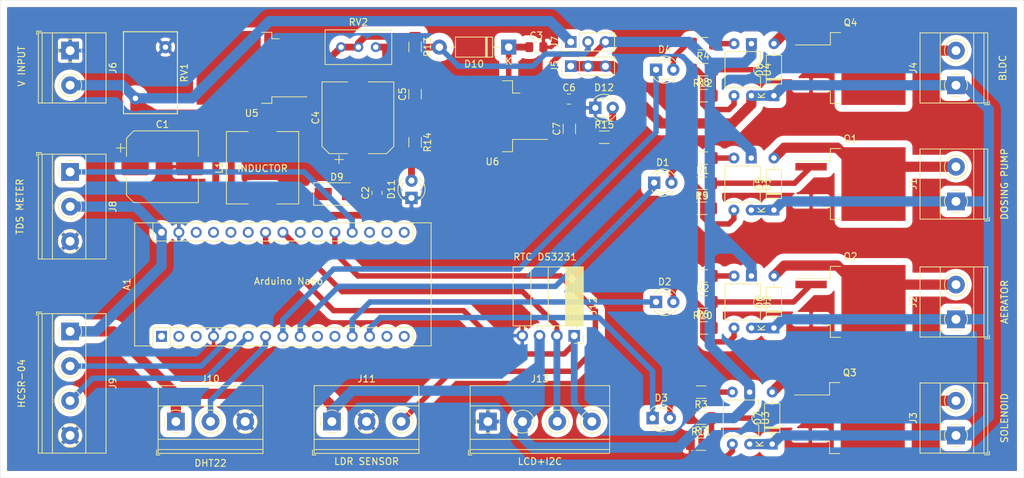
<source format=kicad_pcb>
(kicad_pcb (version 20211014) (generator pcbnew)
  (layers (0 "F.Cu" signal) (31 "B.Cu" signal) (34 "B.Paste" user) (35 "F.Paste" user) (36 "B.SilkS" user "B.Silkscreen") (37 "F.SilkS" user "F.Silkscreen") (38 "B.Mask" user) (39 "F.Mask" user) (44 "Edge.Cuts" user))
  (net 0 "")
  (net 1 "+5V")
  (net 2 "GND")
  (net 3 "SOLENOID")
  (net 4 "AERATOR")
  (net 5 "DOSING")
  (net 6 "SCL")
  (net 7 "BLDC")
  (net 8 "SDA")
  (net 9 "DHT22")
  (net 10 "Echo")
  (net 11 "Trigger")
  (net 12 "LDR")
  (net 13 "TDS")
  (net 14 "+24V")
  (net 15 "Net-(C3-Pad1)")
  (net 16 "+12V")
  (net 17 "Net-(D1-Pad2)")
  (net 18 "Net-(D2-Pad2)")
  (net 19 "Net-(D3-Pad2)")
  (net 20 "Net-(D4-Pad2)")
  (net 21 "Net-(D5-Pad2)")
  (net 22 "V_MOSFET")
  (net 23 "Net-(D6-Pad2)")
  (net 24 "Net-(D7-Pad2)")
  (net 25 "Net-(D8-Pad2)")
  (net 26 "Net-(D9-Pad1)")
  (net 27 "Net-(D11-Pad2)")
  (net 28 "Net-(D12-Pad2)")
  (net 29 "Net-(Q1-Pad1)")
  (net 30 "Net-(Q2-Pad1)")
  (net 31 "Net-(Q3-Pad1)")
  (net 32 "Net-(Q4-Pad1)")
  (net 33 "Net-(R1-Pad1)")
  (net 34 "Net-(R2-Pad1)")
  (net 35 "Net-(R3-Pad1)")
  (net 36 "Net-(R4-Pad1)")
  (net 37 "Net-(R5-Pad2)")
  (net 38 "Net-(R6-Pad2)")
  (net 39 "Net-(R7-Pad2)")
  (net 40 "Net-(R8-Pad2)")
  (net 41 "Net-(R13-Pad1)")
  (footprint "Module:Arduino_Nano" (layer "F.Cu") (at 92.64396 98.25736 90)
    (fp_text reference "A1")
    (fp_text value "Arduino_Nano_v3.x")
  )
  (footprint "Capacitor_SMD:CP_Elec_10x10" (layer "F.Cu") (at 92.774 73.406)
    (fp_text reference "C1")
    (fp_text value "E 220uF")
  )
  (footprint "Capacitor_SMD:C_0805_2012Metric_Pad1.18x1.45mm_HandSolder" (layer "F.Cu") (at 124.206 77.2375 90)
    (fp_text reference "C2")
    (fp_text value "100nF")
  )
  (footprint "Capacitor_SMD:C_0805_2012Metric_Pad1.18x1.45mm_HandSolder" (layer "F.Cu") (at 147.5525 55.88)
    (fp_text reference "C3")
    (fp_text value "1uF")
  )
  (footprint "Capacitor_SMD:C_1206_3216Metric_Pad1.33x1.80mm_HandSolder" (layer "F.Cu") (at 129.794 62.7765 90)
    (fp_text reference "C5")
    (fp_text value "T 10uF")
  )
  (footprint "Capacitor_SMD:C_0805_2012Metric_Pad1.18x1.45mm_HandSolder" (layer "F.Cu") (at 152.3531 63.5)
    (fp_text reference "C6")
    (fp_text value "100nF")
  )
  (footprint "Capacitor_SMD:C_1206_3216Metric_Pad1.33x1.80mm_HandSolder" (layer "F.Cu") (at 152.4 67.8565 90)
    (fp_text reference "C7")
    (fp_text value "T 10uF")
  )
  (footprint "LED_THT:LED_D3.0mm" (layer "F.Cu") (at 164.8206 75.7428)
    (fp_text reference "D1")
    (fp_text value "LED RED")
  )
  (footprint "LED_THT:LED_D3.0mm" (layer "F.Cu") (at 165.1 93.218)
    (fp_text reference "D2")
    (fp_text value "LED RED")
  )
  (footprint "LED_THT:LED_D3.0mm" (layer "F.Cu") (at 164.592 110.236)
    (fp_text reference "D3")
    (fp_text value "LED RED")
  )
  (footprint "LED_THT:LED_D3.0mm" (layer "F.Cu") (at 165.1 59.182)
    (fp_text reference "D4")
    (fp_text value "LED RED")
  )
  (footprint "Diode_THT:D_DO-35_SOD27_P7.62mm_Horizontal" (layer "F.Cu") (at 182.372 79.756 90)
    (fp_text reference "D5")
    (fp_text value "1N4148")
  )
  (footprint "Diode_THT:D_DO-35_SOD27_P7.62mm_Horizontal" (layer "F.Cu") (at 182.372 97.028 90)
    (fp_text reference "D6")
    (fp_text value "1N4148")
  )
  (footprint "Diode_THT:D_DO-35_SOD27_P7.62mm_Horizontal" (layer "F.Cu") (at 182.118 114.046 90)
    (fp_text reference "D7")
    (fp_text value "1N4148")
  )
  (footprint "Diode_THT:D_DO-35_SOD27_P7.62mm_Horizontal" (layer "F.Cu") (at 182.372 62.992 90)
    (fp_text reference "D8")
    (fp_text value "1N4148")
  )
  (footprint "Diode_SMD:D_SMA" (layer "F.Cu") (at 118.332 77.40396)
    (fp_text reference "D9")
    (fp_text value "SS34")
  )
  (footprint "Diode_THT:D_DO-41_SOD81_P10.16mm_Horizontal" (layer "F.Cu") (at 143.51 55.88 180)
    (fp_text reference "D10")
    (fp_text value "1N4002")
  )
  (footprint "LED_THT:LED_D3.0mm" (layer "F.Cu") (at 129.26568 77.978 90)
    (fp_text reference "D11")
    (fp_text value "LED RED")
  )
  (footprint "LED_THT:LED_D3.0mm" (layer "F.Cu") (at 156.21 64.77)
    (fp_text reference "D12")
    (fp_text value "LED GREEN")
  )
  (footprint "TerminalBlock_Phoenix:TerminalBlock_Phoenix_MKDS-1,5-2-5.08_1x02_P5.08mm_Horizontal" (layer "F.Cu") (at 209.042 78.486 90)
    (fp_text reference "J1")
    (fp_text value "DOSING PUMP")
  )
  (footprint "TerminalBlock_Phoenix:TerminalBlock_Phoenix_MKDS-1,5-2-5.08_1x02_P5.08mm_Horizontal" (layer "F.Cu") (at 209.042 95.758 90)
    (fp_text reference "J2")
    (fp_text value "AERATOR")
  )
  (footprint "TerminalBlock_Phoenix:TerminalBlock_Phoenix_MKDS-1,5-2-5.08_1x02_P5.08mm_Horizontal" (layer "F.Cu") (at 209.042 112.776 90)
    (fp_text reference "J3")
    (fp_text value "SOLENOID")
  )
  (footprint "TerminalBlock_Phoenix:TerminalBlock_Phoenix_MKDS-1,5-2-5.08_1x02_P5.08mm_Horizontal" (layer "F.Cu") (at 209.042 61.468 90)
    (fp_text reference "J4")
    (fp_text value "BLDC")
  )
  (footprint "Connector_PinHeader_2.54mm:PinHeader_1x03_P2.54mm_Vertical" (layer "F.Cu") (at 152.6032 58.674 90)
    (fp_text reference "J5")
    (fp_text value "V_MOSFET")
  )
  (footprint "TerminalBlock_Phoenix:TerminalBlock_Phoenix_MKDS-1,5-2-5.08_1x02_P5.08mm_Horizontal" (layer "F.Cu") (at 79.248 56.388 -90)
    (fp_text reference "J6")
    (fp_text value "V Input")
  )
  (footprint "Connector_PinHeader_2.54mm:PinHeader_1x03_P2.54mm_Vertical" (layer "F.Cu") (at 152.6032 55.118 90)
    (fp_text reference "J7")
    (fp_text value "V_Supply")
  )
  (footprint "TerminalBlock_Phoenix:TerminalBlock_Phoenix_MKDS-1,5-3-5.08_1x03_P5.08mm_Horizontal" (layer "F.Cu") (at 79.248 74.168 -90)
    (fp_text reference "J8")
    (fp_text value "TDS METER")
  )
  (footprint "TerminalBlock_Phoenix:TerminalBlock_Phoenix_MKDS-1,5-4-5.08_1x04_P5.08mm_Horizontal" (layer "F.Cu") (at 79.248 97.536 -90)
    (fp_text reference "J9")
    (fp_text value "HCSR-04")
  )
  (footprint "TerminalBlock_Phoenix:TerminalBlock_Phoenix_MKDS-1,5-3-5.08_1x03_P5.08mm_Horizontal" (layer "F.Cu") (at 94.742 110.744)
    (fp_text reference "J10")
    (fp_text value "DHT22")
  )
  (footprint "TerminalBlock_Phoenix:TerminalBlock_Phoenix_MKDS-1,5-3-5.08_1x03_P5.08mm_Horizontal" (layer "F.Cu") (at 117.602 110.744)
    (fp_text reference "J11")
    (fp_text value "LDR")
  )
  (footprint "Connector_PinSocket_2.54mm:PinSocket_1x04_P2.54mm_Horizontal" (layer "F.Cu") (at 153.1112 98.171 -90)
    (fp_text reference "J12")
    (fp_text value "DS3231")
  )
  (footprint "TerminalBlock_Phoenix:TerminalBlock_Phoenix_MKDS-1,5-4-5.08_1x04_P5.08mm_Horizontal" (layer "F.Cu") (at 140.462 110.744)
    (fp_text reference "J13")
    (fp_text value "LCD+I2C")
  )
  (footprint "Package_TO_SOT_SMD:TO-263-2" (layer "F.Cu") (at 193.59 75.946)
    (fp_text reference "Q1")
    (fp_text value "IRFZ44N")
  )
  (footprint "Package_TO_SOT_SMD:TO-263-2" (layer "F.Cu") (at 193.59 93.199)
    (fp_text reference "Q2")
    (fp_text value "IRFZ44N")
  )
  (footprint "Package_TO_SOT_SMD:TO-263-2" (layer "F.Cu") (at 193.475 110.236)
    (fp_text reference "Q3")
    (fp_text value "IRFZ44N")
  )
  (footprint "Package_TO_SOT_SMD:TO-263-2" (layer "F.Cu") (at 193.59 58.947)
    (fp_text reference "Q4")
    (fp_text value "IRFZ44N")
  )
  (footprint "Resistor_SMD:R_1206_3216Metric_Pad1.30x1.75mm_HandSolder" (layer "F.Cu") (at 171.932 72.136 180)
    (fp_text reference "R1")
    (fp_text value "330")
  )
  (footprint "Resistor_SMD:R_1206_3216Metric_Pad1.30x1.75mm_HandSolder" (layer "F.Cu") (at 171.932 89.408 180)
    (fp_text reference "R2")
    (fp_text value "330")
  )
  (footprint "Resistor_SMD:R_1206_3216Metric_Pad1.30x1.75mm_HandSolder" (layer "F.Cu") (at 171.704 106.426 180)
    (fp_text reference "R3")
    (fp_text value "330")
  )
  (footprint "Resistor_SMD:R_1206_3216Metric_Pad1.30x1.75mm_HandSolder" (layer "F.Cu") (at 171.984 55.372 180)
    (fp_text reference "R4")
    (fp_text value "330")
  )
  (footprint "Resistor_SMD:R_1206_3216Metric_Pad1.30x1.75mm_HandSolder" (layer "F.Cu") (at 171.8304 75.819 180)
    (fp_text reference "R5")
    (fp_text value "100")
  )
  (footprint "Resistor_SMD:R_1206_3216Metric_Pad1.30x1.75mm_HandSolder" (layer "F.Cu") (at 171.932 93.218 180)
    (fp_text reference "R6")
    (fp_text value "100")
  )
  (footprint "Resistor_SMD:R_1206_3216Metric_Pad1.30x1.75mm_HandSolder" (layer "F.Cu") (at 171.678 110.236 180)
    (fp_text reference "R7")
    (fp_text value "100")
  )
  (footprint "Resistor_SMD:R_1206_3216Metric_Pad1.30x1.75mm_HandSolder" (layer "F.Cu") (at 171.984 59.182 180)
    (fp_text reference "R8")
    (fp_text value "100")
  )
  (footprint "Resistor_SMD:R_1206_3216Metric_Pad1.30x1.75mm_HandSolder" (layer "F.Cu") (at 171.8304 79.502)
    (fp_text reference "R9")
    (fp_text value "1K")
  )
  (footprint "Resistor_SMD:R_1206_3216Metric_Pad1.30x1.75mm_HandSolder" (layer "F.Cu") (at 171.932 97.028)
    (fp_text reference "R10")
    (fp_text value "1K")
  )
  (footprint "Resistor_SMD:R_1206_3216Metric_Pad1.30x1.75mm_HandSolder" (layer "F.Cu") (at 171.678 114.046)
    (fp_text reference "R11")
    (fp_text value "1K")
  )
  (footprint "Resistor_SMD:R_1206_3216Metric_Pad1.30x1.75mm_HandSolder" (layer "F.Cu") (at 171.932 62.992)
    (fp_text reference "R12")
    (fp_text value "1K")
  )
  (footprint "Resistor_SMD:R_1206_3216Metric_Pad1.30x1.75mm_HandSolder" (layer "F.Cu") (at 129.794 55.854 -90)
    (fp_text reference "R13")
    (fp_text value "330")
  )
  (footprint "Resistor_SMD:R_1206_3216Metric_Pad1.30x1.75mm_HandSolder" (layer "F.Cu") (at 129.794 69.824 -90)
    (fp_text reference "R14")
    (fp_text value "330")
  )
  (footprint "Resistor_SMD:R_1206_3216Metric_Pad1.30x1.75mm_HandSolder" (layer "F.Cu") (at 157.506 69.088)
    (fp_text reference "R15")
    (fp_text value "330")
  )
  (footprint "Varistor:RV_Disc_D12mm_W7.9mm_P7.5mm" (layer "F.Cu") (at 88.818 63.38 90)
    (fp_text reference "RV1")
    (fp_text value "14D471K")
  )
  (footprint "Potentiometer_THT:Potentiometer_Bourns_3296W_Vertical" (layer "F.Cu") (at 124.0282 55.88)
    (fp_text reference "RV2")
    (fp_text value "10k")
  )
  (footprint "Package_DIP:DIP-4_W7.62mm" (layer "F.Cu") (at 179.0446 72.136 -90)
    (fp_text reference "U1")
    (fp_text value "PC817")
  )
  (footprint "Package_DIP:DIP-4_W7.62mm" (layer "F.Cu") (at 179.07 89.408 -90)
    (fp_text reference "U2")
    (fp_text value "PC817")
  )
  (footprint "Package_DIP:DIP-4_W7.62mm" (layer "F.Cu") (at 178.816 106.426 -90)
    (fp_text reference "U3")
    (fp_text value "PC817")
  )
  (footprint "Package_DIP:DIP-4_W7.62mm" (layer "F.Cu") (at 179.07 55.372 -90)
    (fp_text reference "U4")
    (fp_text value "PC817")
  )
  (footprint "Package_TO_SOT_SMD:TO-263-5_TabPin3" (layer "F.Cu") (at 105.852 58.909 180)
    (fp_text reference "U5")
    (fp_text value "LM2596S-ADJ")
  )
  (footprint "Package_TO_SOT_SMD:TO-263-2" (layer "F.Cu") (at 141.12748 66.00952 180)
    (fp_text reference "U6")
    (fp_text value "L7805")
  )
  (footprint "Inductor_SMD:L_10.4x10.4_H4.8" (layer "F.Cu") (at 107.442 73.5555 90)
    (fp_text reference "L1")
    (fp_text value "33uH")
  )
  (footprint "Capacitor_SMD:CP_Elec_10x10" (layer "F.Cu") (at 121.412 66.23 90)
    (fp_text reference "C4")
    (fp_text value "E 220uF")
  )
  (gr_poly (pts (xy 92.202 65.278) (xy 88.646 68.58) (xy 88.646 63.246)) (layer "F.Cu") (width 0.1) (fill solid))
  (gr_poly (pts (xy 177.292 86.106) (xy 174.244 86.106) (xy 172.72 87.122) (xy 172.72 81.534)) (layer "B.Cu") (width 0.1) (fill solid))
  (gr_poly (pts (xy 177.546 69.596) (xy 174.498 69.596) (xy 172.974 70.612) (xy 172.974 65.024)) (layer "B.Cu") (width 0.1) (fill solid))
  (gr_poly (pts (xy 172.974 60.706) (xy 172.974 58.166) (xy 176.022 58.166)) (layer "B.Cu") (width 0.1) (fill solid))
  (gr_poly (pts (xy 148.082 107.696) (xy 145.542 110.744) (xy 141.986 106.172) (xy 148.082 101.6)) (layer "B.Cu") (width 0.1) (fill solid))
  (gr_line (start 69 49) (end 69 119) (layer "Edge.Cuts") (width 0.05))
  (gr_line (start 219 49) (end 69 49) (layer "Edge.Cuts") (width 0.05))
  (gr_line (start 219 119) (end 219 49) (layer "Edge.Cuts") (width 0.05))
  (gr_line (start 69 119) (end 219 119) (layer "Edge.Cuts") (width 0.05))
  (gr_text "Arduino Nano" (at 111.252 90.17) (layer "F.SilkS") (effects (font (size 1 1))))
  (gr_text "BLDC" (at 215.9 58.928 90) (layer "F.SilkS") (effects (font (size 1 1))))
  (gr_text "INDUCTOR" (at 107.442 73.66) (layer "F.SilkS") (effects (font (size 1 1))))
  (gr_text "RTC DS3231" (at 148.844 86.614) (layer "F.SilkS") (effects (font (size 1 1))))
  (gr_text "DHT22" (at 99.822 116.84) (layer "F.SilkS") (effects (font (size 1 1))))
  (gr_text "LDR SENSOR" (at 122.682 116.586) (layer "F.SilkS") (effects (font (size 1 1))))
  (gr_text "DOSING PUMP" (at 216.154 75.946 90) (layer "F.SilkS") (effects (font (size 1 1))))
  (gr_text "SOLENOID" (at 216.154 110.236 90) (layer "F.SilkS") (effects (font (size 1 1))))
  (gr_text "AERATOR" (at 216.154 93.218 90) (layer "F.SilkS") (effects (font (size 1 1))))
  (gr_text "V INPUT" (at 72.136 58.674 90) (layer "F.SilkS") (effects (font (size 1 1))))
  (gr_text "TDS METER" (at 71.882 79.248 90) (layer "F.SilkS") (effects (font (size 1 1))))
  (gr_text "LCD+I2C" (at 148.082 116.586) (layer "F.SilkS") (effects (font (size 1 1))))
  (gr_text "HCSR-04" (at 72.136 105.156 90) (layer "F.SilkS") (effects (font (size 1 1))))
  (segment (start 151.28512 63.46952) (end 151.3156 63.5) (width 1) (layer "F.Cu") (net 1))
  (segment (start 152.4 69.419) (end 152.223 69.419) (width 0.8) (layer "F.Cu") (net 1))
  (segment (start 117.602 108.458) (end 117.602 110.744) (width 1.5) (layer "F.Cu") (net 1))
  (segment (start 85.598 97.536) (end 94.742 106.68) (width 1.5) (layer "F.Cu") (net 1))
  (segment (start 157.6832 55.118) (end 155.9052 56.896) (width 0.8) (layer "F.Cu") (net 1))
  (segment (start 149.89048 58.13552) (end 149.89048 63.46952) (width 0.8) (layer "F.Cu") (net 1))
  (segment (start 94.742 106.68) (end 115.824 106.68) (width 1.5) (layer "F.Cu") (net 1))
  (segment (start 155.9052 56.896) (end 151.13 56.896) (width 0.8) (layer "F.Cu") (net 1))
  (segment (start 152.223 69.419) (end 149.89048 67.08648) (width 0.8) (layer "F.Cu") (net 1))
  (segment (start 152.731 69.088) (end 152.4 69.419) (width 1.5) (layer "F.Cu") (net 1))
  (segment (start 149.89048 67.08648) (end 149.89048 63.46952) (width 0.8) (layer "F.Cu") (net 1))
  (segment (start 155.956 69.088) (end 152.731 69.088) (width 1.5) (layer "F.Cu") (net 1))
  (segment (start 151.13 56.896) (end 149.89048 58.13552) (width 0.8) (layer "F.Cu") (net 1))
  (segment (start 94.742 110.744) (end 94.742 109.982) (width 1) (layer "F.Cu") (net 1))
  (segment (start 79.248 97.536) (end 85.598 97.536) (width 1.5) (layer "F.Cu") (net 1))
  (segment (start 94.742 110.744) (end 94.742 106.68) (width 1.5) (layer "F.Cu") (net 1))
  (segment (start 149.89048 63.46952) (end 151.28512 63.46952) (width 1) (layer "F.Cu") (net 1))
  (segment (start 146.90248 63.46952) (end 149.89048 63.46952) (width 1) (layer "F.Cu") (net 1))
  (segment (start 115.824 106.68) (end 117.602 108.458) (width 1.5) (layer "F.Cu") (net 1))
  (segment (start 179.0446 72.136) (end 179.0446 71.0946) (width 1.5) (layer "B.Cu") (net 1))
  (segment (start 172.974 58.166) (end 178.054 58.166) (width 1.5) (layer "B.Cu") (net 1))
  (segment (start 120.5992 106.2228) (end 148.0312 106.2228) (width 1.5) (layer "B.Cu") (net 1))
  (segment (start 172.974 81.788) (end 172.974 65.024) (width 1.5) (layer "B.Cu") (net 1))
  (segment (start 178.054 58.166) (end 179.07 57.15) (width 1.5) (layer "B.Cu") (net 1))
  (segment (start 179.0446 71.0946) (end 172.974 65.024) (width 1.5) (layer "B.Cu") (net 1))
  (segment (start 157.6832 55.118) (end 169.926 55.118) (width 1.5) (layer "B.Cu") (net 1))
  (segment (start 172.72 110.236) (end 176.53 110.236) (width 1.5) (layer "B.Cu") (net 1))
  (segment (start 178.816 107.95) (end 178.816 106.426) (width 1.5) (layer "B.Cu") (net 1))
  (segment (start 147.066 114.554) (end 168.402 114.554) (width 1.5) (layer "B.Cu") (net 1))
  (segment (start 168.402 114.554) (end 172.72 110.236) (width 1.5) (layer "B.Cu") (net 1))
  (segment (start 178.816 105.41) (end 172.974 99.568) (width 1.5) (layer "B.Cu") (net 1))
  (segment (start 117.602 109.22) (end 120.5992 106.2228) (width 1.5) (layer "B.Cu") (net 1))
  (segment (start 148.0312 98.171) (end 148.0312 106.2228) (width 1.5) (layer "B.Cu") (net 1))
  (segment (start 88.8746 79.248) (end 92.64396 83.01736) (width 1.5) (layer "B.Cu") (net 1))
  (segment (start 148.0312 106.2228) (end 148.0312 108.2548) (width 1.5) (layer "B.Cu") (net 1))
  (segment (start 178.816 106.426) (end 178.816 105.41) (width 1.5) (layer "B.Cu") (net 1))
  (segment (start 92.64396 87.95004) (end 92.64396 83.01736) (width 1.5) (layer "B.Cu") (net 1))
  (segment (start 145.542 110.744) (end 145.542 113.03) (width 1.5) (layer "B.Cu") (net 1))
  (segment (start 179.07 89.408) (end 179.07 87.884) (width 1.5) (layer "B.Cu") (net 1))
  (segment (start 172.974 99.568) (end 172.974 81.788) (width 1.5) (layer "B.Cu") (net 1))
  (segment (start 172.974 65.024) (end 172.974 58.166) (width 1.5) (layer "B.Cu") (net 1))
  (segment (start 79.248 79.248) (end 88.8746 79.248) (width 1.5) (layer "B.Cu") (net 1))
  (segment (start 145.542 113.03) (end 147.066 114.554) (width 1.5) (layer "B.Cu") (net 1))
  (segment (start 179.07 87.884) (end 172.974 81.788) (width 1.5) (layer "B.Cu") (net 1))
  (segment (start 179.07 57.15) (end 179.07 55.372) (width 1.5) (layer "B.Cu") (net 1))
  (segment (start 148.0312 108.2548) (end 145.542 110.744) (width 1.5) (layer "B.Cu") (net 1))
  (segment (start 83.058 97.536) (end 92.64396 87.95004) (width 1.5) (layer "B.Cu") (net 1))
  (segment (start 169.926 55.118) (end 172.974 58.166) (width 1.5) (layer "B.Cu") (net 1))
  (segment (start 117.602 110.744) (end 117.602 109.22) (width 1.5) (layer "B.Cu") (net 1))
  (segment (start 79.248 97.536) (end 83.058 97.536) (width 1.5) (layer "B.Cu") (net 1))
  (segment (start 176.53 110.236) (end 178.816 107.95) (width 1.5) (layer "B.Cu") (net 1))
  (segment (start 129.794 61.214) (end 129.794 57.404) (width 0.25) (layer "F.Cu") (net 2))
  (segment (start 156.718 95.504) (end 164.592 103.378) (width 0.8) (layer "B.Cu") (net 3))
  (segment (start 123.12396 97.09404) (end 124.714 95.504) (width 0.8) (layer "B.Cu") (net 3))
  (segment (start 164.592 103.378) (end 164.592 110.236) (width 0.8) (layer "B.Cu") (net 3))
  (segment (start 124.714 95.504) (end 156.718 95.504) (width 0.8) (layer "B.Cu") (net 3))
  (segment (start 123.12396 98.25736) (end 123.12396 97.09404) (width 0.8) (layer "B.Cu") (net 3))
  (segment (start 165.1 93.218) (end 123.19 93.218) (width 0.8) (layer "B.Cu") (net 4))
  (segment (start 123.19 93.218) (end 120.58396 95.82404) (width 0.8) (layer "B.Cu") (net 4))
  (segment (start 120.58396 95.82404) (end 120.58396 98.25736) (width 0.8) (layer "B.Cu") (net 4))
  (segment (start 164.8206 75.7428) (end 164.8206 76.4794) (width 0.8) (layer "B.Cu") (net 5))
  (segment (start 118.618 90.932) (end 112.96396 96.58604) (width 0.8) (layer "B.Cu") (net 5))
  (segment (start 112.96396 96.58604) (end 112.96396 98.25736) (width 0.8) (layer "B.Cu") (net 5))
  (segment (start 150.368 90.932) (end 118.618 90.932) (width 0.8) (layer "B.Cu") (net 5))
  (segment (start 164.8206 76.4794) (end 150.368 90.932) (width 0.8) (layer "B.Cu") (net 5))
  (segment (start 143.256 100.838) (end 151.638 100.838) (width 0.8) (layer "F.Cu") (net 6))
  (segment (start 153.1112 99.3648) (end 153.1112 98.171) (width 0.8) (layer "F.Cu") (net 6))
  (segment (start 107.88396 83.01736) (end 107.88396 84.51596) (width 0.8) (layer "F.Cu") (net 6))
  (segment (start 151.638 100.838) (end 153.1112 99.3648) (width 0.8) (layer "F.Cu") (net 6))
  (segment (start 136.906 94.488) (end 143.256 100.838) (width 0.8) (layer "F.Cu") (net 6))
  (segment (start 107.88396 84.51596) (end 117.856 94.488) (width 0.8) (layer "F.Cu") (net 6))
  (segment (start 117.856 94.488) (end 136.906 94.488) (width 0.8) (layer "F.Cu") (net 6))
  (segment (start 153.1112 108.1532) (end 155.702 110.744) (width 1) (layer "B.Cu") (net 6))
  (segment (start 153.1112 98.171) (end 153.1112 108.1532) (width 1) (layer "B.Cu") (net 6))
  (segment (start 165.1 68.326) (end 145.034 88.392) (width 0.8) (layer "B.Cu") (net 7))
  (segment (start 145.034 88.392) (end 117.856 88.392) (width 0.8) (layer "B.Cu") (net 7))
  (segment (start 117.856 88.392) (end 110.42396 95.82404) (width 0.8) (layer "B.Cu") (net 7))
  (segment (start 110.42396 95.82404) (end 110.42396 98.25736) (width 0.8) (layer "B.Cu") (net 7))
  (segment (start 165.1 59.182) (end 165.1 68.326) (width 0.8) (layer "B.Cu") (net 7))
  (segment (start 119.1006 91.694) (end 145.542 91.694) (width 0.8) (layer "F.Cu") (net 8))
  (segment (start 110.42396 83.01736) (end 119.1006 91.694) (width 0.8) (layer "F.Cu") (net 8))
  (segment (start 145.542 91.694) (end 150.5712 96.7232) (width 0.8) (layer "F.Cu") (net 8))
  (segment (start 150.5712 96.7232) (end 150.5712 98.171) (width 0.8) (layer "F.Cu") (net 8))
  (segment (start 150.5712 98.171) (end 150.5712 110.6932) (width 1) (layer "B.Cu") (net 8))
  (segment (start 150.5712 110.6932) (end 150.622 110.744) (width 1) (layer "B.Cu") (net 8))
  (segment (start 99.822 110.744) (end 99.822 107.696) (width 0.8) (layer "B.Cu") (net 9))
  (segment (start 107.88396 99.63404) (end 107.88396 98.25736) (width 0.8) (layer "B.Cu") (net 9))
  (segment (start 99.822 107.696) (end 107.88396 99.63404) (width 0.8) (layer "B.Cu") (net 9))
  (segment (start 82.55 104.394) (end 79.248 107.696) (width 0.8) (layer "B.Cu") (net 10))
  (segment (start 105.34396 98.25736) (end 99.20732 104.394) (width 0.8) (layer "B.Cu") (net 10))
  (segment (start 99.20732 104.394) (end 82.55 104.394) (width 0.8) (layer "B.Cu") (net 10))
  (segment (start 98.44532 102.616) (end 79.248 102.616) (width 0.8) (layer "B.Cu") (net 11))
  (segment (start 102.80396 98.25736) (end 98.44532 102.616) (width 0.8) (layer "B.Cu") (net 11))
  (segment (start 118.04396 83.01736) (end 118.04396 86.03996) (width 0.8) (layer "F.Cu") (net 12))
  (segment (start 156.21 100.076) (end 152.908 103.378) (width 0.8) (layer "F.Cu") (net 12))
  (segment (start 152.908 103.378) (end 135.128 103.378) (width 0.8) (layer "F.Cu") (net 12))
  (segment (start 118.04396 86.03996) (end 121.412 89.408) (width 0.8) (layer "F.Cu") (net 12))
  (segment (start 121.412 89.408) (end 151.13 89.408) (width 0.8) (layer "F.Cu") (net 12))
  (segment (start 151.13 89.408) (end 156.21 94.488) (width 0.8) (layer "F.Cu") (net 12))
  (segment (start 156.21 94.488) (end 156.21 100.076) (width 0.8) (layer "F.Cu") (net 12))
  (segment (start 135.128 103.378) (end 127.762 110.744) (width 0.8) (layer "F.Cu") (net 12))
  (segment (start 79.248 74.168) (end 113.538 74.168) (width 0.8) (layer "B.Cu") (net 13))
  (segment (start 113.538 74.168) (end 120.58396 81.21396) (width 0.8) (layer "B.Cu") (net 13))
  (segment (start 120.58396 81.21396) (end 120.58396 83.01736) (width 0.8) (layer "B.Cu") (net 13))
  (segment (start 100.584 65.532) (end 88.99 65.532) (width 1) (layer "F.Cu") (net 14))
  (segment (start 111.627 62.871) (end 108.966 65.532) (width 1) (layer "F.Cu") (net 14))
  (segment (start 100.584 76.962) (end 100.584 65.532) (width 1) (layer "F.Cu") (net 14))
  (segment (start 88.818 73.362) (end 88.774 73.406) (width 1.5) (layer "F.Cu") (net 14))
  (segment (start 111.627 62.309) (end 111.627 62.871) (width 1) (layer "F.Cu") (net 14))
  (segment (start 88.99 65.532) (end 88.818 65.704) (width 1) (layer "F.Cu") (net 14))
  (segment (start 88.818 65.704) (end 88.818 73.362) (width 1.5) (layer "F.Cu") (net 14))
  (segment (start 104.14 80.518) (end 100.584 76.962) (width 1) (layer "F.Cu") (net 14))
  (segment (start 124.206 78.275) (end 121.963 80.518) (width 1) (layer "F.Cu") (net 14))
  (segment (start 88.818 63.38) (end 88.818 65.704) (width 1.5) (layer "F.Cu") (net 14))
  (segment (start 121.963 80.518) (end 104.14 80.518) (width 1) (layer "F.Cu") (net 14))
  (segment (start 108.966 65.532) (end 100.584 65.532) (width 1) (layer "F.Cu") (net 14))
  (segment (start 152.6032 55.118) (end 149.5552 52.07) (width 1.5) (layer "B.Cu") (net 14))
  (segment (start 152.6032 55.118) (end 152.6032 54.8132) (width 1) (layer "B.Cu") (net 14))
  (segment (start 79.248 61.468) (end 86.906 61.468) (width 1.5) (layer "B.Cu") (net 14))
  (segment (start 97.148 63.38) (end 88.818 63.38) (width 1.5) (layer "B.Cu") (net 14))
  (segment (start 149.5552 52.07) (end 108.458 52.07) (width 1.5) (layer "B.Cu") (net 14))
  (segment (start 86.906 61.468) (end 88.818 63.38) (width 1.5) (layer "B.Cu") (net 14))
  (segment (start 108.458 52.07) (end 97.148 63.38) (width 1.5) (layer "B.Cu") (net 14))
  (segment (start 143.51 66.294) (end 143.51 55.88) (width 0.8) (layer "F.Cu") (net 15))
  (segment (start 145.76552 68.54952) (end 143.51 66.294) (width 0.8) (layer "F.Cu") (net 15))
  (segment (start 143.51 55.88) (end 146.515 55.88) (width 1) (layer "F.Cu") (net 15))
  (segment (start 146.90248 68.54952) (end 145.76552 68.54952) (width 0.8) (layer "F.Cu") (net 15))
  (segment (start 120.5875 69.4055) (end 121.412 70.23) (width 1.5) (layer "F.Cu") (net 16))
  (segment (start 124.0282 55.88) (end 125.476 55.88) (width 1) (layer "F.Cu") (net 16))
  (segment (start 129.794 64.339) (end 127.331 64.339) (width 1) (layer "F.Cu") (net 16))
  (segment (start 125.476 62.484) (end 125.476 55.88) (width 1) (layer "F.Cu") (net 16))
  (segment (start 123.368 68.274) (end 121.412 70.23) (width 1.5) (layer "F.Cu") (net 16))
  (segment (start 125.476 55.88) (end 133.35 55.88) (width 1) (layer "F.Cu") (net 16))
  (segment (start 127.331 64.339) (end 125.476 62.484) (width 1) (layer "F.Cu") (net 16))
  (segment (start 107.442 69.4055) (end 120.5875 69.4055) (width 1.5) (layer "F.Cu") (net 16))
  (segment (start 129.794 68.274) (end 123.368 68.274) (width 1.5) (layer "F.Cu") (net 16))
  (segment (start 129.794 68.274) (end 129.794 64.339) (width 1.5) (layer "F.Cu") (net 16))
  (segment (start 147.066 58.674) (end 136.144 58.674) (width 0.8) (layer "B.Cu") (net 16))
  (segment (start 148.844 56.896) (end 147.066 58.674) (width 0.8) (layer "B.Cu") (net 16))
  (segment (start 155.1432 56.320081) (end 154.567281 56.896) (width 0.8) (layer "B.Cu") (net 16))
  (segment (start 154.567281 56.896) (end 148.844 56.896) (width 0.8) (layer "B.Cu") (net 16))
  (segment (start 155.1432 55.118) (end 155.1432 56.320081) (width 0.8) (layer "B.Cu") (net 16))
  (segment (start 136.144 58.674) (end 133.35 55.88) (width 0.8) (layer "B.Cu") (net 16))
  (segment (start 167.3606 74.1934) (end 167.3606 75.7428) (width 0.8) (layer "F.Cu") (net 17))
  (segment (start 169.418 72.136) (end 167.3606 74.1934) (width 0.8) (layer "F.Cu") (net 17))
  (segment (start 170.382 72.136) (end 169.418 72.136) (width 0.8) (layer "F.Cu") (net 17))
  (segment (start 169.672 89.408) (end 167.64 91.44) (width 0.8) (layer "F.Cu") (net 18))
  (segment (start 167.64 91.44) (end 167.64 93.218) (width 0.8) (layer "F.Cu") (net 18))
  (segment (start 170.382 89.408) (end 169.672 89.408) (width 0.8) (layer "F.Cu") (net 18))
  (segment (start 167.132 108.458) (end 167.132 110.236) (width 0.8) (layer "F.Cu") (net 19))
  (segment (start 170.154 106.426) (end 169.164 106.426) (width 0.8) (layer "F.Cu") (net 19))
  (segment (start 169.164 106.426) (end 167.132 108.458) (width 0.8) (layer "F.Cu") (net 19))
  (segment (start 169.672 55.372) (end 167.64 57.404) (width 0.8) (layer "F.Cu") (net 20))
  (segment (start 167.64 57.404) (end 167.64 59.182) (width 0.8) (layer "F.Cu") (net 20))
  (segment (start 170.434 55.372) (end 169.672 55.372) (width 0.8) (layer "F.Cu") (net 20))
  (segment (start 191.631 70.612) (end 196.965 75.946) (width 1.5) (layer "F.Cu") (net 21))
  (segment (start 209.042 73.406) (end 199.505 73.406) (width 1.5) (layer "F.Cu") (net 21))
  (segment (start 182.372 72.136) (end 183.896 70.612) (width 1.5) (layer "F.Cu") (net 21))
  (segment (start 183.896 70.612) (end 191.631 70.612) (width 1.5) (layer "F.Cu") (net 21))
  (segment (start 199.505 73.406) (end 196.965 75.946) (width 1.5) (layer "F.Cu") (net 21))
  (segment (start 165.862 67.056) (end 161.29 62.484) (width 1.5) (layer "F.Cu") (net 22))
  (segment (start 179.07 62.992) (end 179.07 64.262) (width 1.5) (layer "F.Cu") (net 22))
  (segment (start 161.29 62.484) (end 161.29 61.214) (width 1.5) (layer "F.Cu") (net 22))
  (segment (start 176.276 67.056) (end 165.862 67.056) (width 1.5) (layer "F.Cu") (net 22))
  (segment (start 158.75 58.674) (end 157.6832 58.674) (width 1.5) (layer "F.Cu") (net 22))
  (segment (start 179.07 64.262) (end 176.276 67.056) (width 1.5) (layer "F.Cu") (net 22))
  (segment (start 161.29 61.214) (end 158.75 58.674) (width 1.5) (layer "F.Cu") (net 22))
  (segment (start 152.6032 58.674) (end 155.1432 58.674) (width 1.5) (layer "F.Cu") (net 22))
  (segment (start 155.1432 58.674) (end 157.6832 58.674) (width 1.5) (layer "F.Cu") (net 22))
  (segment (start 209.042 61.468) (end 210.312 61.468) (width 1.5) (layer "B.Cu") (net 22))
  (segment (start 210.312 61.468) (end 213.868 65.024) (width 1.5) (layer "B.Cu") (net 22))
  (segment (start 213.614 78.486) (end 213.868 78.232) (width 1.5) (layer "B.Cu") (net 22))
  (segment (start 182.372 97.028) (end 179.07 97.028) (width 1.5) (layer "B.Cu") (net 22))
  (segment (start 209.042 61.468) (end 183.896 61.468) (width 1.5) (layer "B.Cu") (net 22))
  (segment (start 213.868 95.758) (end 213.868 109.982) (width 1.5) (layer "B.Cu") (net 22))
  (segment (start 211.074 112.776) (end 209.042 112.776) (width 1.5) (layer "B.Cu") (net 22))
  (segment (start 213.868 65.024) (end 213.868 78.232) (width 1.5) (layer "B.Cu") (net 22))
  (segment (start 209.042 78.486) (end 213.614 78.486) (width 1.5) (layer "B.Cu") (net 22))
  (segment (start 209.042 112.776) (end 183.388 112.776) (width 1.5) (layer "B.Cu") (net 22))
  (segment (start 183.642 78.486) (end 182.372 79.756) (width 1.5) (layer "B.Cu") (net 22))
  (segment (start 183.642 95.758) (end 182.372 97.028) (width 1.5) (layer "B.Cu") (net 22))
  (segment (start 183.896 61.468) (end 182.372 62.992) (width 1.5) (layer "B.Cu") (net 22))
  (segment (start 209.042 95.758) (end 213.868 95.758) (width 1.5) (layer "B.Cu") (net 22))
  (segment (start 182.372 62.992) (end 179.07 62.992) (width 1.5) (layer "B.Cu") (net 22))
  (segment (start 209.042 78.486) (end 183.642 78.486) (width 1.5) (layer "B.Cu") (net 22))
  (segment (start 209.042 95.758) (end 183.642 95.758) (width 1.5) (layer "B.Cu") (net 22))
  (segment (start 182.118 114.046) (end 178.816 114.046) (width 1.5) (layer "B.Cu") (net 22))
  (segment (start 183.388 112.776) (end 182.118 114.046) (width 1.5) (layer "B.Cu") (net 22))
  (segment (start 213.868 109.982) (end 211.074 112.776) (width 1.5) (layer "B.Cu") (net 22))
  (segment (start 182.372 79.756) (end 179.0446 79.756) (width 1.5) (layer "B.Cu") (net 22))
  (segment (start 213.868 78.232) (end 213.868 95.758) (width 1.5) (layer "B.Cu") (net 22))
  (segment (start 183.896 87.884) (end 191.65 87.884) (width 1.5) (layer "F.Cu") (net 23))
  (segment (start 182.372 89.408) (end 183.896 87.884) (width 1.5) (layer "F.Cu") (net 23))
  (segment (start 199.486 90.678) (end 196.965 93.199) (width 1.5) (layer "F.Cu") (net 23))
  (segment (start 191.65 87.884) (end 196.965 93.199) (width 1.5) (layer "F.Cu") (net 23))
  (segment (start 209.042 90.678) (end 199.486 90.678) (width 1.5) (layer "F.Cu") (net 23))
  (segment (start 182.118 106.426) (end 183.388 105.156) (width 1.5) (layer "F.Cu") (net 24))
  (segment (start 199.39 107.696) (end 196.85 110.236) (width 1.5) (layer "F.Cu") (net 24))
  (segment (start 191.77 105.156) (end 196.85 110.236) (width 1.5) (layer "F.Cu") (net 24))
  (segment (start 209.042 107.696) (end 199.39 107.696) (width 1.5) (layer "F.Cu") (net 24))
  (segment (start 183.388 105.156) (end 191.77 105.156) (width 1.5) (layer "F.Cu") (net 24))
  (segment (start 183.896 53.848) (end 191.866 53.848) (width 1.5) (layer "F.Cu") (net 25))
  (segment (start 191.866 53.848) (end 196.965 58.947) (width 1.5) (layer "F.Cu") (net 25))
  (segment (start 199.524 56.388) (end 196.965 58.947) (width 1.5) (layer "F.Cu") (net 25))
  (segment (start 209.042 56.388) (end 199.524 56.388) (width 1.5) (layer "F.Cu") (net 25))
  (segment (start 182.372 55.372) (end 183.896 53.848) (width 1.5) (layer "F.Cu") (net 25))
  (segment (start 102.87 68.072) (end 102.87 75.946) (width 1) (layer "F.Cu") (net 26))
  (segment (start 115.57 61.722) (end 115.57 64.008) (width 1) (layer "F.Cu") (net 26))
  (segment (start 116.03046 77.7055) (end 116.332 77.40396) (width 1) (layer "F.Cu") (net 26))
  (segment (start 102.87 75.946) (end 104.6295 77.7055) (width 1) (layer "F.Cu") (net 26))
  (segment (start 104.6295 77.7055) (end 107.442 77.7055) (width 1) (layer "F.Cu") (net 26))
  (segment (start 115.57 64.008) (end 112.522 67.056) (width 1) (layer "F.Cu") (net 26))
  (segment (start 112.522 67.056) (end 103.886 67.056) (width 1) (layer "F.Cu") (net 26))
  (segment (start 103.886 67.056) (end 102.87 68.072) (width 1) (layer "F.Cu") (net 26))
  (segment (start 114.457 60.609) (end 115.57 61.722) (width 1) (layer "F.Cu") (net 26))
  (segment (start 111.627 60.609) (end 114.457 60.609) (width 1) (layer "F.Cu") (net 26))
  (segment (start 107.442 77.7055) (end 116.03046 77.7055) (width 1) (layer "F.Cu") (net 26))
  (segment (start 129.26568 75.438) (end 129.26568 71.90232) (width 1) (layer "F.Cu") (net 27))
  (segment (start 129.26568 71.90232) (end 129.794 71.374) (width 1) (layer "F.Cu") (net 27))
  (segment (start 158.75 68.782) (end 159.056 69.088) (width 1) (layer "F.Cu") (net 28))
  (segment (start 158.75 64.77) (end 158.75 68.782) (width 1) (layer "F.Cu") (net 28))
  (segment (start 185.402 75.819) (end 187.815 73.406) (width 0.8) (layer "F.Cu") (net 29))
  (segment (start 173.3804 79.502) (end 173.3804 75.819) (width 0.8) (layer "F.Cu") (net 29))
  (segment (start 173.3804 75.819) (end 185.402 75.819) (width 0.8) (layer "F.Cu") (net 29))
  (segment (start 185.256 93.218) (end 187.815 90.659) (width 0.8) (layer "F.Cu") (net 30))
  (segment (start 173.482 97.028) (end 173.482 93.218) (width 0.8) (layer "F.Cu") (net 30))
  (segment (start 173.482 93.218) (end 185.256 93.218) (width 0.8) (layer "F.Cu") (net 30))
  (segment (start 173.228 114.046) (end 173.228 110.236) (width 0.8) (layer "F.Cu") (net 31))
  (segment (start 173.228 110.236) (end 185.16 110.236) (width 0.8) (layer "F.Cu") (net 31))
  (segment (start 185.16 110.236) (end 187.7 107.696) (width 0.8) (layer "F.Cu") (net 31))
  (segment (start 173.534 59.182) (end 185.04 59.182) (width 0.8) (layer "F.Cu") (net 32))
  (segment (start 185.04 59.182) (end 187.815 56.407) (width 0.8) (layer "F.Cu") (net 32))
  (segment (start 173.5328 63.5254) (end 173.5328 62.7126) (width 0.8) (layer "F.Cu") (net 32))
  (segment (start 173.482 59.234) (end 173.534 59.182) (width 0.8) (layer "F.Cu") (net 32))
  (segment (start 173.482 62.992) (end 173.482 59.234) (width 0.8) (layer "F.Cu") (net 32))
  (segment (start 176.5046 72.136) (end 173.482 72.136) (width 0.8) (layer "F.Cu") (net 33))
  (segment (start 173.482 89.408) (end 176.53 89.408) (width 0.8) (layer "F.Cu") (net 34))
  (segment (start 176.276 106.426) (end 173.254 106.426) (width 0.8) (layer "F.Cu") (net 35))
  (segment (start 173.534 55.372) (end 176.53 55.372) (width 0.8) (layer "F.Cu") (net 36))
  (segment (start 176.5046 81.0514) (end 176.5046 79.756) (width 0.8) (layer "F.Cu") (net 37))
  (segment (start 170.2804 75.819) (end 170.561 75.819) (width 0.8) (layer "F.Cu") (net 37))
  (segment (start 170.561 75.819) (end 171.958 77.216) (width 0.8) (layer "F.Cu") (net 37))
  (segment (start 171.958 77.216) (end 171.958 80.772) (width 0.8) (layer "F.Cu") (net 37))
  (segment (start 172.974 81.788) (end 175.768 81.788) (width 0.8) (layer "F.Cu") (net 37))
  (segment (start 171.958 80.772) (end 172.974 81.788) (width 0.8) (layer "F.Cu") (net 37))
  (segment (start 175.768 81.788) (end 176.5046 81.0514) (width 0.8) (layer "F.Cu") (net 37))
  (segment (start 170.942 93.218) (end 171.958 94.234) (width 0.8) (layer "F.Cu") (net 38))
  (segment (start 175.768 99.06) (end 176.53 98.298) (width 0.8) (layer "F.Cu") (net 38))
  (segment (start 171.958 94.234) (end 171.958 98.298) (width 0.8) (layer "F.Cu") (net 38))
  (segment (start 171.958 98.298) (end 172.72 99.06) (width 0.8) (layer "F.Cu") (net 38))
  (segment (start 170.382 93.218) (end 170.942 93.218) (width 0.8) (layer "F.Cu") (net 38))
  (segment (start 176.53 98.298) (end 176.53 97.028) (width 0.8) (layer "F.Cu") (net 38))
  (segment (start 172.72 99.06) (end 175.768 99.06) (width 0.8) (layer "F.Cu") (net 38))
  (segment (start 171.704 111.506) (end 171.704 115.316) (width 0.8) (layer "F.Cu") (net 39))
  (segment (start 171.704 115.316) (end 172.212 115.824) (width 0.8) (layer "F.Cu") (net 39))
  (segment (start 176.276 115.062) (end 176.276 114.046) (width 0.8) (layer "F.Cu") (net 39))
  (segment (start 170.128 110.236) (end 170.434 110.236) (width 0.8) (layer "F.Cu") (net 39))
  (segment (start 172.212 115.824) (end 175.514 115.824) (width 0.8) (layer "F.Cu") (net 39))
  (segment (start 175.514 115.824) (end 176.276 115.062) (width 0.8) (layer "F.Cu") (net 39))
  (segment (start 170.434 110.236) (end 171.704 111.506) (width 0.8) (layer "F.Cu") (net 39))
  (segment (start 171.958 64.262) (end 172.72 65.024) (width 0.8) (layer "F.Cu") (net 40))
  (segment (start 176.53 64.262) (end 176.53 62.992) (width 0.8) (layer "F.Cu") (net 40))
  (segment (start 171.958 60.056) (end 171.958 64.262) (width 0.8) (layer "F.Cu") (net 40))
  (segment (start 175.768 65.024) (end 176.53 64.262) (width 0.8) (layer "F.Cu") (net 40))
  (segment (start 171.084 59.182) (end 171.958 60.056) (width 0.8) (layer "F.Cu") (net 40))
  (segment (start 170.434 59.182) (end 171.084 59.182) (width 0.8) (layer "F.Cu") (net 40))
  (segment (start 172.72 65.024) (end 175.768 65.024) (width 0.8) (layer "F.Cu") (net 40))
  (segment (start 129.794 54.304) (end 122.48 54.304) (width 1) (layer "F.Cu") (net 41))
  (segment (start 118.9482 55.88) (end 121.4882 55.88) (width 1) (layer "F.Cu") (net 41))
  (segment (start 111.627 57.209) (end 117.6192 57.209) (width 1) (layer "F.Cu") (net 41))
  (segment (start 121.4882 55.2958) (end 121.4882 55.88) (width 1) (layer "F.Cu") (net 41))
  (segment (start 122.48 54.304) (end 121.4882 55.2958) (width 1) (layer "F.Cu") (net 41))
  (segment (start 117.6192 57.209) (end 118.9482 55.88) (width 1) (layer "F.Cu") (net 41))
  (zone (net 2) (net_name "GND") (layer "F.Cu") (connect_pads (clearance 1)) (min_thickness 0.254) (fill yes (thermal_gap 0.508) (thermal_bridge_width 0.508))
    (polygon (pts (xy 219 119) (xy 69 119) (xy 69 49) (xy 219 49)))
  )
  (zone (net 2) (net_name "GND") (layer "B.Cu") (connect_pads (clearance 1)) (min_thickness 0.254) (fill yes (thermal_gap 0.508) (thermal_bridge_width 0.508))
    (polygon (pts (xy 219 119) (xy 69 119) (xy 69 49) (xy 219 49)))
  )
)
</source>
